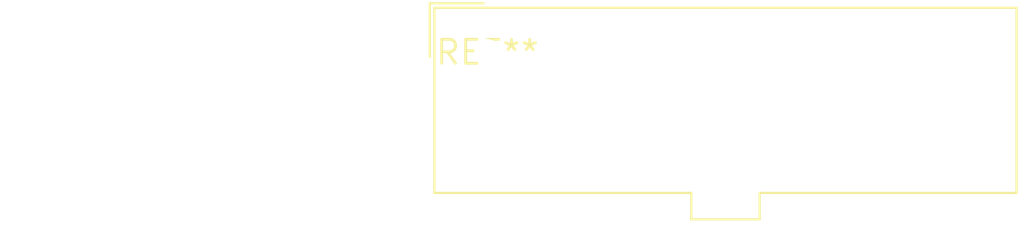
<source format=kicad_pcb>
(kicad_pcb (version 20240108) (generator pcbnew)
  (layers (0 "F.Cu" signal) (31 "B.Cu" signal) (34 "B.Paste" user) (35 "F.Paste" user) (36 "B.SilkS" user "B.Silkscreen") (37 "F.SilkS" user "F.Silkscreen") (38 "B.Mask" user) (39 "F.Mask" user) (44 "Edge.Cuts" user))
  (net 0 "")
  (footprint "Molex_Mini-Fit_Jr_5566-14A_2x07_P4.20mm_Vertical" (layer "F.Cu") (at 0 0)
    (property "Reference" "REF**")
    (property "Value" "Molex_Mini-Fit_Jr_5566-14A_2x07_P4.20mm_Vertical")
    (fp_line (start -3.05 -2.6) (end -3.05 0.25) (layer "F.SilkS") (stroke (width 0.12)))
    (fp_line (start -2.81 -2.36) (end -2.81 7.46) (layer "F.SilkS") (stroke (width 0.12)))
    (fp_line (start -2.81 7.46) (end 10.79 7.46) (layer "F.SilkS") (stroke (width 0.12)))
    (fp_line (start -0.2 -2.6) (end -3.05 -2.6) (layer "F.SilkS") (stroke (width 0.12)))
    (fp_line (start 10.79 7.46) (end 10.79 8.86) (layer "F.SilkS") (stroke (width 0.12)))
    (fp_line (start 10.79 8.86) (end 12.6 8.86) (layer "F.SilkS") (stroke (width 0.12)))
    (fp_line (start 12.6 -2.36) (end -2.81 -2.36) (layer "F.SilkS") (stroke (width 0.12)))
    (fp_line (start 12.6 -2.36) (end 28.01 -2.36) (layer "F.SilkS") (stroke (width 0.12)))
    (fp_line (start 14.41 7.46) (end 14.41 8.86) (layer "F.SilkS") (stroke (width 0.12)))
    (fp_line (start 14.41 8.86) (end 12.6 8.86) (layer "F.SilkS") (stroke (width 0.12)))
    (fp_line (start 28.01 -2.36) (end 28.01 7.46) (layer "F.SilkS") (stroke (width 0.12)))
    (fp_line (start 28.01 7.46) (end 14.41 7.46) (layer "F.SilkS") (stroke (width 0.12)))
    (pad "1" thru_hole roundrect (at 0 0) (size 2.7 3.3) (drill 1.4) (layers *.Cu *.Mask) (remove_unused_layers) (roundrect_rratio 0.092593))
    (pad "2" thru_hole oval (at 4.2 0) (size 2.7 3.3) (drill 1.4) (layers *.Cu *.Mask) (remove_unused_layers))
    (pad "3" thru_hole oval (at 8.4 0) (size 2.7 3.3) (drill 1.4) (layers *.Cu *.Mask) (remove_unused_layers))
    (pad "4" thru_hole oval (at 12.6 0) (size 2.7 3.3) (drill 1.4) (layers *.Cu *.Mask) (remove_unused_layers))
    (pad "5" thru_hole oval (at 16.8 0) (size 2.7 3.3) (drill 1.4) (layers *.Cu *.Mask) (remove_unused_layers))
    (pad "6" thru_hole oval (at 21 0) (size 2.7 3.3) (drill 1.4) (layers *.Cu *.Mask) (remove_unused_layers))
    (pad "7" thru_hole oval (at 25.2 0) (size 2.7 3.3) (drill 1.4) (layers *.Cu *.Mask) (remove_unused_layers))
    (pad "8" thru_hole oval (at 0 5.5) (size 2.7 3.3) (drill 1.4) (layers *.Cu *.Mask) (remove_unused_layers))
    (pad "9" thru_hole oval (at 4.2 5.5) (size 2.7 3.3) (drill 1.4) (layers *.Cu *.Mask) (remove_unused_layers))
    (pad "10" thru_hole oval (at 8.4 5.5) (size 2.7 3.3) (drill 1.4) (layers *.Cu *.Mask) (remove_unused_layers))
    (pad "11" thru_hole oval (at 12.6 5.5) (size 2.7 3.3) (drill 1.4) (layers *.Cu *.Mask) (remove_unused_layers))
    (pad "12" thru_hole oval (at 16.8 5.5) (size 2.7 3.3) (drill 1.4) (layers *.Cu *.Mask) (remove_unused_layers))
    (pad "13" thru_hole oval (at 21 5.5) (size 2.7 3.3) (drill 1.4) (layers *.Cu *.Mask) (remove_unused_layers))
    (pad "14" thru_hole oval (at 25.2 5.5) (size 2.7 3.3) (drill 1.4) (layers *.Cu *.Mask) (remove_unused_layers))
  )
)
</source>
